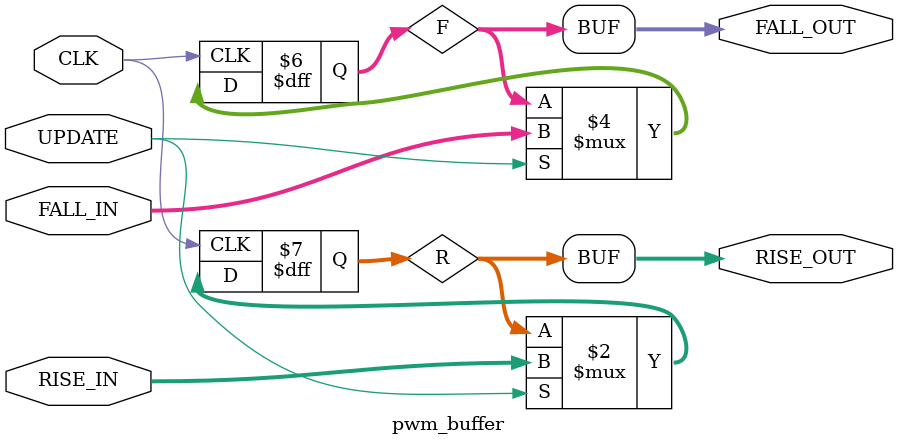
<source format=sv>
`timescale 1ns / 1ps
module pwm_buffer (
    input var CLK,
    input var UPDATE,
    input var [8:0] RISE_IN,
    input var [8:0] FALL_IN,
    output var [8:0] RISE_OUT,
    output var [8:0] FALL_OUT
);

  logic [8:0] R;
  logic [8:0] F;

  assign RISE_OUT = R;
  assign FALL_OUT = F;

  always_ff @(posedge CLK) begin
    if (UPDATE) begin
      R <= RISE_IN;
      F <= FALL_IN;
    end
  end

endmodule

</source>
